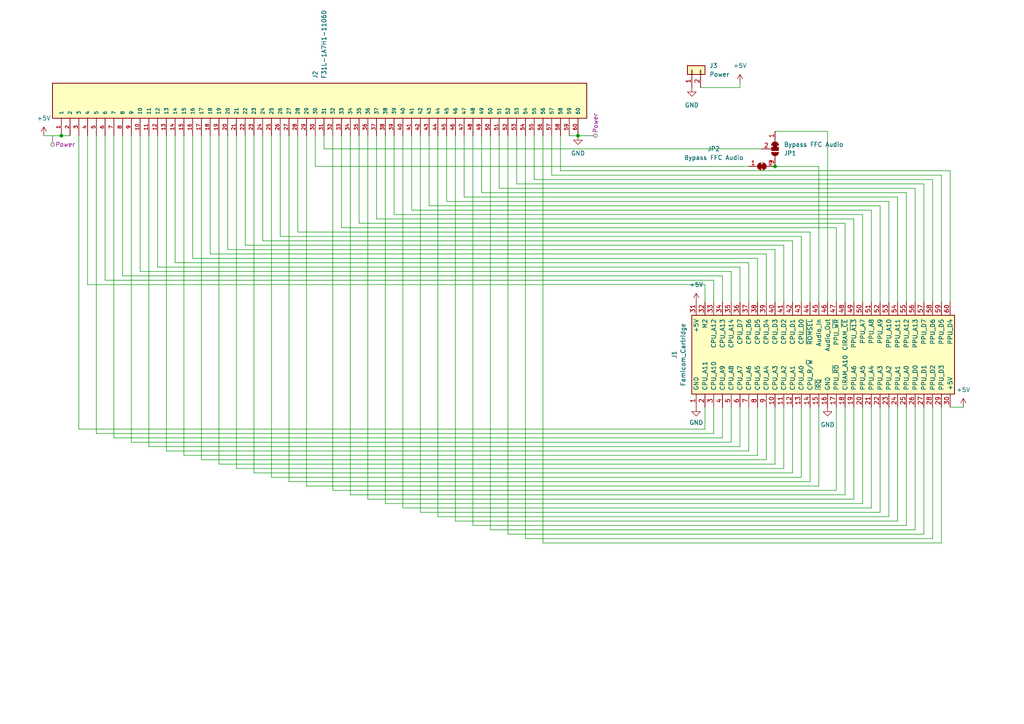
<source format=kicad_sch>
(kicad_sch (version 20230121) (generator eeschema)
  (paper "A4")
  (lib_symbols
    (symbol "Connector_Generic:Conn_01x02" (pin_names (offset 1.016) hide)
      (property "Reference" "J" (at 0 2.54 0))
      (property "Value" "Conn_01x02" (at 0 -5.08 0))
      (symbol "Conn_01x02_1_1"
        (rectangle (start -1.27 -2.413) (end 0 -2.667) (stroke (width 0.1524)))
        (rectangle (start -1.27 0.127) (end 0 -0.127) (stroke (width 0.1524)))
        (rectangle (start -1.27 1.27) (end 1.27 -3.81) (stroke (width 0.254)) (fill (type background)))
        (pin passive line (at -5.08 0 0) (length 3.81) (name "Pin_1") (number "1"))
        (pin passive line (at -5.08 -2.54 0) (length 3.81) (name "Pin_2") (number "2"))
      )
    )
    (symbol "Jumper:SolderJumper_2_Bridged" (pin_names (offset 0) hide)
      (property "Reference" "JP" (at 0 2.032 0))
      (property "Value" "SolderJumper_2_Bridged" (at 0 -2.54 0))
      (symbol "SolderJumper_2_Bridged_0_1"
        (rectangle (start -0.508 0.508) (end 0.508 -0.508) (fill (type outline)))
        (arc (start -0.254 1.016) (mid -1.2656 0) (end -0.254 -1.016))
        (arc (start -0.254 1.016) (mid -1.2656 0) (end -0.254 -1.016) (fill (type outline)))
        (polyline (pts (xy -0.254 1.016) (xy -0.254 -1.016)))
        (polyline (pts (xy 0.254 1.016) (xy 0.254 -1.016)))
        (arc (start 0.254 -1.016) (mid 1.2656 0) (end 0.254 1.016))
        (arc (start 0.254 -1.016) (mid 1.2656 0) (end 0.254 1.016) (fill (type outline)))
      )
      (symbol "SolderJumper_2_Bridged_1_1"
        (pin passive line (at -3.81 0 0) (length 2.54) (name "A") (number "1"))
        (pin passive line (at 3.81 0 180) (length 2.54) (name "B") (number "2"))
      )
    )
    (symbol "Jumper:SolderJumper_3_Bridged12" (pin_names (offset 0) hide)
      (property "Reference" "JP" (at -2.54 -2.54 0))
      (property "Value" "SolderJumper_3_Bridged12" (at 0 2.794 0))
      (symbol "SolderJumper_3_Bridged12_0_1"
        (rectangle (start -1.016 0.508) (end -0.508 -0.508) (fill (type outline)))
        (arc (start -1.016 1.016) (mid -2.0276 0) (end -1.016 -1.016))
        (arc (start -1.016 1.016) (mid -2.0276 0) (end -1.016 -1.016) (fill (type outline)))
        (rectangle (start -0.508 1.016) (end 0.508 -1.016) (fill (type outline)))
        (polyline (pts (xy -2.54 0) (xy -2.032 0)))
        (polyline (pts (xy -1.016 1.016) (xy -1.016 -1.016)))
        (polyline (pts (xy 0 -1.27) (xy 0 -1.016)))
        (polyline (pts (xy 1.016 1.016) (xy 1.016 -1.016)))
        (polyline (pts (xy 2.54 0) (xy 2.032 0)))
        (arc (start 1.016 -1.016) (mid 2.0276 0) (end 1.016 1.016))
        (arc (start 1.016 -1.016) (mid 2.0276 0) (end 1.016 1.016) (fill (type outline)))
      )
      (symbol "SolderJumper_3_Bridged12_1_1"
        (pin passive line (at -5.08 0 0) (length 2.54) (name "A") (number "1"))
        (pin passive line (at 0 -3.81 90) (length 2.54) (name "C") (number "2"))
        (pin passive line (at 5.08 0 180) (length 2.54) (name "B") (number "3"))
      )
    )
    (symbol "NES_Cart_FC_Console:F31L-1A7H1-11060" (pin_names (offset 1.016))
      (property "Reference" "J" (at -5.08 79.502 0))
      (property "Value" "F31L-1A7H1-11060" (at -5.08 -78.74 0))
      (symbol "F31L-1A7H1-11060_0_0"
        (rectangle (start -5.08 -76.2) (end 5.08 78.74) (stroke (width 0.254)) (fill (type background)))
        (pin passive line (at -10.16 76.2 0) (length 5.08) (name "1") (number "1"))
        (pin passive line (at -10.16 53.34 0) (length 5.08) (name "10") (number "10"))
        (pin passive line (at -10.16 50.8 0) (length 5.08) (name "11") (number "11"))
        (pin passive line (at -10.16 48.26 0) (length 5.08) (name "12") (number "12"))
        (pin passive line (at -10.16 45.72 0) (length 5.08) (name "13") (number "13"))
        (pin passive line (at -10.16 43.18 0) (length 5.08) (name "14") (number "14"))
        (pin passive line (at -10.16 40.64 0) (length 5.08) (name "15") (number "15"))
        (pin passive line (at -10.16 38.1 0) (length 5.08) (name "16") (number "16"))
        (pin passive line (at -10.16 35.56 0) (length 5.08) (name "17") (number "17"))
        (pin passive line (at -10.16 33.02 0) (length 5.08) (name "18") (number "18"))
        (pin passive line (at -10.16 30.48 0) (length 5.08) (name "19") (number "19"))
        (pin passive line (at -10.16 73.66 0) (length 5.08) (name "2") (number "2"))
        (pin passive line (at -10.16 27.94 0) (length 5.08) (name "20") (number "20"))
        (pin passive line (at -10.16 25.4 0) (length 5.08) (name "21") (number "21"))
        (pin passive line (at -10.16 22.86 0) (length 5.08) (name "22") (number "22"))
        (pin passive line (at -10.16 20.32 0) (length 5.08) (name "23") (number "23"))
        (pin passive line (at -10.16 17.78 0) (length 5.08) (name "24") (number "24"))
        (pin passive line (at -10.16 15.24 0) (length 5.08) (name "25") (number "25"))
        (pin passive line (at -10.16 12.7 0) (length 5.08) (name "26") (number "26"))
        (pin passive line (at -10.16 10.16 0) (length 5.08) (name "27") (number "27"))
        (pin passive line (at -10.16 7.62 0) (length 5.08) (name "28") (number "28"))
        (pin passive line (at -10.16 5.08 0) (length 5.08) (name "29") (number "29"))
        (pin passive line (at -10.16 71.12 0) (length 5.08) (name "3") (number "3"))
        (pin passive line (at -10.16 2.54 0) (length 5.08) (name "30") (number "30"))
        (pin passive line (at -10.16 0 0) (length 5.08) (name "31") (number "31"))
        (pin passive line (at -10.16 -2.54 0) (length 5.08) (name "32") (number "32"))
        (pin passive line (at -10.16 -5.08 0) (length 5.08) (name "33") (number "33"))
        (pin passive line (at -10.16 -7.62 0) (length 5.08) (name "34") (number "34"))
        (pin passive line (at -10.16 -10.16 0) (length 5.08) (name "35") (number "35"))
        (pin passive line (at -10.16 -12.7 0) (length 5.08) (name "36") (number "36"))
        (pin passive line (at -10.16 -15.24 0) (length 5.08) (name "37") (number "37"))
        (pin passive line (at -10.16 -17.78 0) (length 5.08) (name "38") (number "38"))
        (pin passive line (at -10.16 -20.32 0) (length 5.08) (name "39") (number "39"))
        (pin passive line (at -10.16 68.58 0) (length 5.08) (name "4") (number "4"))
        (pin passive line (at -10.16 -22.86 0) (length 5.08) (name "40") (number "40"))
        (pin passive line (at -10.16 -25.4 0) (length 5.08) (name "41") (number "41"))
        (pin passive line (at -10.16 -27.94 0) (length 5.08) (name "42") (number "42"))
        (pin passive line (at -10.16 -30.48 0) (length 5.08) (name "43") (number "43"))
        (pin passive line (at -10.16 -33.02 0) (length 5.08) (name "44") (number "44"))
        (pin passive line (at -10.16 -35.56 0) (length 5.08) (name "45") (number "45"))
        (pin passive line (at -10.16 -38.1 0) (length 5.08) (name "46") (number "46"))
        (pin passive line (at -10.16 -40.64 0) (length 5.08) (name "47") (number "47"))
        (pin passive line (at -10.16 -43.18 0) (length 5.08) (name "48") (number "48"))
        (pin passive line (at -10.16 -45.72 0) (length 5.08) (name "49") (number "49"))
        (pin passive line (at -10.16 66.04 0) (length 5.08) (name "5") (number "5"))
        (pin passive line (at -10.16 -48.26 0) (length 5.08) (name "50") (number "50"))
        (pin passive line (at -10.16 -50.8 0) (length 5.08) (name "51") (number "51"))
        (pin passive line (at -10.16 -53.34 0) (length 5.08) (name "52") (number "52"))
        (pin passive line (at -10.16 -55.88 0) (length 5.08) (name "53") (number "53"))
        (pin passive line (at -10.16 -58.42 0) (length 5.08) (name "54") (number "54"))
        (pin passive line (at -10.16 -60.96 0) (length 5.08) (name "55") (number "55"))
        (pin passive line (at -10.16 -63.5 0) (length 5.08) (name "56") (number "56"))
        (pin passive line (at -10.16 -66.04 0) (length 5.08) (name "57") (number "57"))
        (pin passive line (at -10.16 -68.58 0) (length 5.08) (name "58") (number "58"))
        (pin passive line (at -10.16 -71.12 0) (length 5.08) (name "59") (number "59"))
        (pin passive line (at -10.16 63.5 0) (length 5.08) (name "6") (number "6"))
        (pin passive line (at -10.16 -73.66 0) (length 5.08) (name "60") (number "60"))
        (pin passive line (at -10.16 60.96 0) (length 5.08) (name "7") (number "7"))
        (pin passive line (at -10.16 58.42 0) (length 5.08) (name "8") (number "8"))
        (pin passive line (at -10.16 55.88 0) (length 5.08) (name "9") (number "9"))
      )
    )
    (symbol "NES_Cart_FC_Console:Famicom_Cartridge" (pin_names (offset 1.016))
      (property "Reference" "J" (at 0 38.1 0))
      (property "Value" "Famicom_Cartridge" (at 0 -40.64 0))
      (symbol "Famicom_Cartridge_1_1"
        (rectangle (start -11.43 36.83) (end 11.43 -39.37) (stroke (width 0.254)) (fill (type background)))
        (pin power_in line (at -15.24 35.56 0) (length 3.81) (name "GND") (number "1"))
        (pin input line (at -15.24 12.7 0) (length 3.81) (name "CPU_A3") (number "10"))
        (pin input line (at -15.24 10.16 0) (length 3.81) (name "CPU_A2") (number "11"))
        (pin input line (at -15.24 7.62 0) (length 3.81) (name "CPU_A1") (number "12"))
        (pin input line (at -15.24 5.08 0) (length 3.81) (name "CPU_A0") (number "13"))
        (pin input line (at -15.24 2.54 0) (length 3.81) (name "CPU_R/~{W}") (number "14"))
        (pin output line (at -15.24 0 0) (length 3.81) (name "~{IRQ}") (number "15"))
        (pin power_in line (at -15.24 -2.54 0) (length 3.81) (name "GND") (number "16"))
        (pin input line (at -15.24 -5.08 0) (length 3.81) (name "PPU_~{RD}") (number "17"))
        (pin output line (at -15.24 -7.62 0) (length 3.81) (name "CIRAM_A10") (number "18"))
        (pin input line (at -15.24 -10.16 0) (length 3.81) (name "PPU_A6") (number "19"))
        (pin input line (at -15.24 33.02 0) (length 3.81) (name "CPU_A11") (number "2"))
        (pin input line (at -15.24 -12.7 0) (length 3.81) (name "PPU_A5") (number "20"))
        (pin input line (at -15.24 -15.24 0) (length 3.81) (name "PPU_A4") (number "21"))
        (pin input line (at -15.24 -17.78 0) (length 3.81) (name "PPU_A3") (number "22"))
        (pin input line (at -15.24 -20.32 0) (length 3.81) (name "PPU_A2") (number "23"))
        (pin input line (at -15.24 -22.86 0) (length 3.81) (name "PPU_A1") (number "24"))
        (pin input line (at -15.24 -25.4 0) (length 3.81) (name "PPU_A0") (number "25"))
        (pin bidirectional line (at -15.24 -27.94 0) (length 3.81) (name "PPU_D0") (number "26"))
        (pin bidirectional line (at -15.24 -30.48 0) (length 3.81) (name "PPU_D1") (number "27"))
        (pin bidirectional line (at -15.24 -33.02 0) (length 3.81) (name "PPU_D2") (number "28"))
        (pin bidirectional line (at -15.24 -35.56 0) (length 3.81) (name "PPU_D3") (number "29"))
        (pin input line (at -15.24 30.48 0) (length 3.81) (name "CPU_A10") (number "3"))
        (pin power_in line (at -15.24 -38.1 0) (length 3.81) (name "+5V") (number "30"))
        (pin power_in line (at 15.24 35.56 180) (length 3.81) (name "+5V") (number "31"))
        (pin input line (at 15.24 33.02 180) (length 3.81) (name "M2") (number "32"))
        (pin input line (at 15.24 30.48 180) (length 3.81) (name "CPU_A12") (number "33"))
        (pin input line (at 15.24 27.94 180) (length 3.81) (name "CPU_A13") (number "34"))
        (pin input line (at 15.24 25.4 180) (length 3.81) (name "CPU_A14") (number "35"))
        (pin bidirectional line (at 15.24 22.86 180) (length 3.81) (name "CPU_D7") (number "36"))
        (pin bidirectional line (at 15.24 20.32 180) (length 3.81) (name "CPU_D6") (number "37"))
        (pin bidirectional line (at 15.24 17.78 180) (length 3.81) (name "CPU_D5") (number "38"))
        (pin bidirectional line (at 15.24 15.24 180) (length 3.81) (name "CPU_D4") (number "39"))
        (pin input line (at -15.24 27.94 0) (length 3.81) (name "CPU_A9") (number "4"))
        (pin bidirectional line (at 15.24 12.7 180) (length 3.81) (name "CPU_D3") (number "40"))
        (pin bidirectional line (at 15.24 10.16 180) (length 3.81) (name "CPU_D2") (number "41"))
        (pin bidirectional line (at 15.24 7.62 180) (length 3.81) (name "CPU_D1") (number "42"))
        (pin bidirectional line (at 15.24 5.08 180) (length 3.81) (name "CPU_D0") (number "43"))
        (pin input line (at 15.24 2.54 180) (length 3.81) (name "~{ROMSEL}") (number "44"))
        (pin input line (at 15.24 0 180) (length 3.81) (name "Audio_In") (number "45"))
        (pin output line (at 15.24 -2.54 180) (length 3.81) (name "Audio_Out") (number "46"))
        (pin input line (at 15.24 -5.08 180) (length 3.81) (name "PPU_~{WR}") (number "47"))
        (pin output line (at 15.24 -7.62 180) (length 3.81) (name "CIRAM_~{CE}") (number "48"))
        (pin input line (at 15.24 -10.16 180) (length 3.81) (name "PPU_~{A13}") (number "49"))
        (pin input line (at -15.24 25.4 0) (length 3.81) (name "CPU_A8") (number "5"))
        (pin input line (at 15.24 -12.7 180) (length 3.81) (name "PPU_A7") (number "50"))
        (pin input line (at 15.24 -15.24 180) (length 3.81) (name "PPU_A8") (number "51"))
        (pin input line (at 15.24 -17.78 180) (length 3.81) (name "PPU_A9") (number "52"))
        (pin input line (at 15.24 -20.32 180) (length 3.81) (name "PPU_A10") (number "53"))
        (pin input line (at 15.24 -22.86 180) (length 3.81) (name "PPU_A11") (number "54"))
        (pin input line (at 15.24 -25.4 180) (length 3.81) (name "PPU_A12") (number "55"))
        (pin input line (at 15.24 -27.94 180) (length 3.81) (name "PPU_A13") (number "56"))
        (pin bidirectional line (at 15.24 -30.48 180) (length 3.81) (name "PPU_D7") (number "57"))
        (pin bidirectional line (at 15.24 -33.02 180) (length 3.81) (name "PPU_D6") (number "58"))
        (pin bidirectional line (at 15.24 -35.56 180) (length 3.81) (name "PPU_D5") (number "59"))
        (pin input line (at -15.24 22.86 0) (length 3.81) (name "CPU_A7") (number "6"))
        (pin bidirectional line (at 15.24 -38.1 180) (length 3.81) (name "PPU_D4") (number "60"))
        (pin input line (at -15.24 20.32 0) (length 3.81) (name "CPU_A6") (number "7"))
        (pin input line (at -15.24 17.78 0) (length 3.81) (name "CPU_A5") (number "8"))
        (pin input line (at -15.24 15.24 0) (length 3.81) (name "CPU_A4") (number "9"))
      )
    )
    (symbol "power:+5V" (power) (pin_names (offset 0))
      (property "Value" "+5V" (at 0 3.556 0))
      (symbol "+5V_0_1"
        (polyline (pts (xy -0.762 1.27) (xy 0 2.54)))
        (polyline (pts (xy 0 0) (xy 0 2.54)))
        (polyline (pts (xy 0 2.54) (xy 0.762 1.27)))
      )
      (symbol "+5V_1_1"
        (pin power_in line (at 0 0 90) (length 0) hide (name "+5V") (number "1"))
      )
    )
    (symbol "power:GND" (power) (pin_names (offset 0))
      (property "Value" "GND" (at 0 -3.81 0))
      (symbol "GND_0_1"
        (polyline (pts (xy 0 0) (xy 0 -1.27) (xy 1.27 -1.27) (xy 0 -2.54) (xy -1.27 -1.27) (xy 0 -1.27)))
      )
      (symbol "GND_1_1"
        (pin power_in line (at 0 0 270) (length 0) hide (name "GND") (number "1"))
      )
    )
  )
  (junction (at 167.64 39.37))
  (junction (at 17.78 39.37))
  (junction (at 224.79 48.26))
  (wire (pts (xy 154.94 52.07) (xy 154.94 39.37)))
  (wire (pts (xy 209.55 118.11) (xy 209.55 127)))
  (wire (pts (xy 267.97 53.34) (xy 267.97 87.63)))
  (wire (pts (xy 222.25 133.35) (xy 58.42 133.35)))
  (wire (pts (xy 260.35 151.13) (xy 132.08 151.13)))
  (wire (pts (xy 106.68 144.78) (xy 106.68 39.37)))
  (wire (pts (xy 212.09 78.74) (xy 40.64 78.74)))
  (wire (pts (xy 273.05 50.8) (xy 160.02 50.8)))
  (wire (pts (xy 86.36 67.31) (xy 86.36 39.37)))
  (wire (pts (xy 234.95 118.11) (xy 234.95 139.7)))
  (wire (pts (xy 279.4 118.11) (xy 275.59 118.11)))
  (wire (pts (xy 224.79 118.11) (xy 224.79 134.62)))
  (wire (pts (xy 214.63 129.54) (xy 43.18 129.54)))
  (wire (pts (xy 252.73 118.11) (xy 252.73 147.32)))
  (wire (pts (xy 250.19 146.05) (xy 111.76 146.05)))
  (wire (pts (xy 214.63 25.4) (xy 214.63 24.13)))
  (wire (pts (xy 262.89 87.63) (xy 262.89 55.88)))
  (wire (pts (xy 165.1 39.37) (xy 167.64 39.37)))
  (wire (pts (xy 48.26 130.81) (xy 48.26 39.37)))
  (wire (pts (xy 204.47 118.11) (xy 204.47 124.46)))
  (wire (pts (xy 104.14 39.37) (xy 104.14 64.77)))
  (wire (pts (xy 229.87 69.85) (xy 76.2 69.85)))
  (wire (pts (xy 212.09 128.27) (xy 38.1 128.27)))
  (wire (pts (xy 129.54 39.37) (xy 129.54 58.42)))
  (wire (pts (xy 229.87 137.16) (xy 73.66 137.16)))
  (wire (pts (xy 255.27 118.11) (xy 255.27 148.59)))
  (wire (pts (xy 152.4 156.21) (xy 152.4 39.37)))
  (wire (pts (xy 257.81 118.11) (xy 257.81 149.86)))
  (wire (pts (xy 45.72 77.47) (xy 45.72 39.37)))
  (wire (pts (xy 255.27 148.59) (xy 121.92 148.59)))
  (wire (pts (xy 219.71 132.08) (xy 53.34 132.08)))
  (wire (pts (xy 73.66 137.16) (xy 73.66 39.37)))
  (wire (pts (xy 162.56 49.53) (xy 275.59 49.53)))
  (wire (pts (xy 91.44 48.26) (xy 217.17 48.26)))
  (wire (pts (xy 250.19 87.63) (xy 250.19 62.23)))
  (wire (pts (xy 12.7 39.37) (xy 17.78 39.37)))
  (wire (pts (xy 134.62 57.15) (xy 260.35 57.15)))
  (wire (pts (xy 144.78 54.61) (xy 144.78 39.37)))
  (wire (pts (xy 232.41 138.43) (xy 78.74 138.43)))
  (wire (pts (xy 237.49 87.63) (xy 237.49 48.26)))
  (wire (pts (xy 93.98 43.18) (xy 220.98 43.18)))
  (wire (pts (xy 262.89 152.4) (xy 262.89 118.11)))
  (wire (pts (xy 234.95 87.63) (xy 234.95 67.31)))
  (wire (pts (xy 224.79 87.63) (xy 224.79 72.39)))
  (wire (pts (xy 227.33 87.63) (xy 227.33 71.12)))
  (wire (pts (xy 66.04 72.39) (xy 66.04 39.37)))
  (wire (pts (xy 224.79 72.39) (xy 66.04 72.39)))
  (wire (pts (xy 109.22 63.5) (xy 109.22 39.37)))
  (wire (pts (xy 160.02 50.8) (xy 160.02 39.37)))
  (wire (pts (xy 147.32 39.37) (xy 147.32 154.94)))
  (wire (pts (xy 257.81 58.42) (xy 257.81 87.63)))
  (wire (pts (xy 214.63 77.47) (xy 45.72 77.47)))
  (wire (pts (xy 88.9 140.97) (xy 88.9 39.37)))
  (wire (pts (xy 134.62 39.37) (xy 134.62 57.15)))
  (wire (pts (xy 50.8 76.2) (xy 50.8 39.37)))
  (wire (pts (xy 214.63 87.63) (xy 214.63 77.47)))
  (wire (pts (xy 247.65 118.11) (xy 247.65 144.78)))
  (wire (pts (xy 217.17 118.11) (xy 217.17 130.81)))
  (wire (pts (xy 27.94 125.73) (xy 27.94 39.37)))
  (wire (pts (xy 35.56 80.01) (xy 35.56 39.37)))
  (wire (pts (xy 237.49 140.97) (xy 88.9 140.97)))
  (wire (pts (xy 212.09 87.63) (xy 212.09 78.74)))
  (wire (pts (xy 111.76 146.05) (xy 111.76 39.37)))
  (wire (pts (xy 234.95 139.7) (xy 83.82 139.7)))
  (wire (pts (xy 124.46 39.37) (xy 124.46 59.69)))
  (wire (pts (xy 229.87 118.11) (xy 229.87 137.16)))
  (wire (pts (xy 99.06 66.04) (xy 99.06 39.37)))
  (wire (pts (xy 33.02 127) (xy 33.02 39.37)))
  (wire (pts (xy 127 149.86) (xy 127 39.37)))
  (wire (pts (xy 273.05 157.48) (xy 273.05 118.11)))
  (wire (pts (xy 114.3 62.23) (xy 114.3 39.37)))
  (wire (pts (xy 227.33 71.12) (xy 71.12 71.12)))
  (wire (pts (xy 142.24 153.67) (xy 265.43 153.67)))
  (wire (pts (xy 203.2 25.4) (xy 214.63 25.4)))
  (wire (pts (xy 265.43 87.63) (xy 265.43 54.61)))
  (wire (pts (xy 22.86 124.46) (xy 204.47 124.46)))
  (wire (pts (xy 53.34 132.08) (xy 53.34 39.37)))
  (wire (pts (xy 227.33 118.11) (xy 227.33 135.89)))
  (wire (pts (xy 17.78 39.37) (xy 20.32 39.37)))
  (wire (pts (xy 270.51 87.63) (xy 270.51 52.07)))
  (wire (pts (xy 265.43 54.61) (xy 144.78 54.61)))
  (wire (pts (xy 217.17 87.63) (xy 217.17 76.2)))
  (wire (pts (xy 43.18 129.54) (xy 43.18 39.37)))
  (wire (pts (xy 25.4 82.55) (xy 25.4 39.37)))
  (wire (pts (xy 270.51 52.07) (xy 154.94 52.07)))
  (wire (pts (xy 167.64 39.37) (xy 170.18 39.37)))
  (wire (pts (xy 104.14 64.77) (xy 245.11 64.77)))
  (wire (pts (xy 237.49 118.11) (xy 237.49 140.97)))
  (wire (pts (xy 63.5 134.62) (xy 63.5 39.37)))
  (wire (pts (xy 227.33 135.89) (xy 68.58 135.89)))
  (wire (pts (xy 229.87 87.63) (xy 229.87 69.85)))
  (wire (pts (xy 132.08 151.13) (xy 132.08 39.37)))
  (wire (pts (xy 234.95 67.31) (xy 86.36 67.31)))
  (wire (pts (xy 217.17 76.2) (xy 50.8 76.2)))
  (wire (pts (xy 240.03 38.1) (xy 240.03 87.63)))
  (wire (pts (xy 260.35 57.15) (xy 260.35 87.63)))
  (wire (pts (xy 25.4 82.55) (xy 204.47 82.55)))
  (wire (pts (xy 209.55 87.63) (xy 209.55 80.01)))
  (wire (pts (xy 93.98 39.37) (xy 93.98 43.18)))
  (wire (pts (xy 273.05 87.63) (xy 273.05 50.8)))
  (wire (pts (xy 217.17 130.81) (xy 48.26 130.81)))
  (wire (pts (xy 242.57 87.63) (xy 242.57 66.04)))
  (wire (pts (xy 219.71 87.63) (xy 219.71 74.93)))
  (wire (pts (xy 22.86 124.46) (xy 22.86 39.37)))
  (wire (pts (xy 207.01 125.73) (xy 27.94 125.73)))
  (wire (pts (xy 242.57 142.24) (xy 96.52 142.24)))
  (wire (pts (xy 222.25 118.11) (xy 222.25 133.35)))
  (wire (pts (xy 129.54 58.42) (xy 257.81 58.42)))
  (wire (pts (xy 267.97 154.94) (xy 267.97 118.11)))
  (wire (pts (xy 83.82 139.7) (xy 83.82 39.37)))
  (wire (pts (xy 265.43 118.11) (xy 265.43 153.67)))
  (wire (pts (xy 137.16 39.37) (xy 137.16 152.4)))
  (wire (pts (xy 207.01 118.11) (xy 207.01 125.73)))
  (wire (pts (xy 247.65 63.5) (xy 109.22 63.5)))
  (wire (pts (xy 119.38 60.96) (xy 252.73 60.96)))
  (wire (pts (xy 149.86 39.37) (xy 149.86 53.34)))
  (wire (pts (xy 270.51 156.21) (xy 152.4 156.21)))
  (wire (pts (xy 242.57 118.11) (xy 242.57 142.24)))
  (wire (pts (xy 81.28 68.58) (xy 81.28 39.37)))
  (wire (pts (xy 204.47 87.63) (xy 204.47 82.55)))
  (wire (pts (xy 262.89 55.88) (xy 139.7 55.88)))
  (wire (pts (xy 147.32 154.94) (xy 267.97 154.94)))
  (wire (pts (xy 257.81 149.86) (xy 127 149.86)))
  (wire (pts (xy 209.55 80.01) (xy 35.56 80.01)))
  (wire (pts (xy 270.51 118.11) (xy 270.51 156.21)))
  (wire (pts (xy 247.65 87.63) (xy 247.65 63.5)))
  (wire (pts (xy 260.35 118.11) (xy 260.35 151.13)))
  (wire (pts (xy 245.11 64.77) (xy 245.11 87.63)))
  (wire (pts (xy 250.19 118.11) (xy 250.19 146.05)))
  (wire (pts (xy 232.41 87.63) (xy 232.41 68.58)))
  (wire (pts (xy 58.42 133.35) (xy 58.42 39.37)))
  (wire (pts (xy 222.25 87.63) (xy 222.25 73.66)))
  (wire (pts (xy 219.71 118.11) (xy 219.71 132.08)))
  (wire (pts (xy 207.01 87.63) (xy 207.01 81.28)))
  (wire (pts (xy 38.1 128.27) (xy 38.1 39.37)))
  (wire (pts (xy 237.49 48.26) (xy 224.79 48.26)))
  (wire (pts (xy 252.73 60.96) (xy 252.73 87.63)))
  (wire (pts (xy 162.56 39.37) (xy 162.56 49.53)))
  (wire (pts (xy 68.58 135.89) (xy 68.58 39.37)))
  (wire (pts (xy 60.96 73.66) (xy 60.96 39.37)))
  (wire (pts (xy 275.59 49.53) (xy 275.59 87.63)))
  (wire (pts (xy 96.52 142.24) (xy 96.52 39.37)))
  (wire (pts (xy 101.6 143.51) (xy 101.6 39.37)))
  (wire (pts (xy 71.12 71.12) (xy 71.12 39.37)))
  (wire (pts (xy 214.63 118.11) (xy 214.63 129.54)))
  (wire (pts (xy 232.41 118.11) (xy 232.41 138.43)))
  (wire (pts (xy 76.2 69.85) (xy 76.2 39.37)))
  (wire (pts (xy 139.7 55.88) (xy 139.7 39.37)))
  (wire (pts (xy 242.57 66.04) (xy 99.06 66.04)))
  (wire (pts (xy 245.11 118.11) (xy 245.11 143.51)))
  (wire (pts (xy 137.16 152.4) (xy 262.89 152.4)))
  (wire (pts (xy 91.44 48.26) (xy 91.44 39.37)))
  (wire (pts (xy 207.01 81.28) (xy 30.48 81.28)))
  (wire (pts (xy 250.19 62.23) (xy 114.3 62.23)))
  (wire (pts (xy 209.55 127) (xy 33.02 127)))
  (wire (pts (xy 119.38 39.37) (xy 119.38 60.96)))
  (wire (pts (xy 224.79 38.1) (xy 240.03 38.1)))
  (wire (pts (xy 116.84 147.32) (xy 116.84 39.37)))
  (wire (pts (xy 55.88 74.93) (xy 55.88 39.37)))
  (wire (pts (xy 40.64 78.74) (xy 40.64 39.37)))
  (wire (pts (xy 232.41 68.58) (xy 81.28 68.58)))
  (wire (pts (xy 121.92 39.37) (xy 121.92 148.59)))
  (wire (pts (xy 255.27 59.69) (xy 255.27 87.63)))
  (wire (pts (xy 247.65 144.78) (xy 106.68 144.78)))
  (wire (pts (xy 219.71 74.93) (xy 55.88 74.93)))
  (wire (pts (xy 157.48 39.37) (xy 157.48 157.48)))
  (wire (pts (xy 222.25 73.66) (xy 60.96 73.66)))
  (wire (pts (xy 245.11 143.51) (xy 101.6 143.51)))
  (wire (pts (xy 142.24 39.37) (xy 142.24 153.67)))
  (wire (pts (xy 124.46 59.69) (xy 255.27 59.69)))
  (wire (pts (xy 30.48 81.28) (xy 30.48 39.37)))
  (wire (pts (xy 252.73 147.32) (xy 116.84 147.32)))
  (wire (pts (xy 149.86 53.34) (xy 267.97 53.34)))
  (wire (pts (xy 78.74 138.43) (xy 78.74 39.37)))
  (wire (pts (xy 224.79 134.62) (xy 63.5 134.62)))
  (wire (pts (xy 157.48 157.48) (xy 273.05 157.48)))
  (wire (pts (xy 212.09 118.11) (xy 212.09 128.27)))
  (netclass_flag "" (length 2.54) (shape round) (at 15.24 39.37 180) (property "Netclass" "Power" (at 15.9385 41.91 0) (effects (font italic) (justify left))))
  (netclass_flag "" (length 2.54) (shape round) (at 170.18 39.37 270) (property "Netclass" "Power" (at 172.72 38.6715 90) (effects (font italic) (justify left))))
  (symbol (lib_id "NES_Cart_FC_Console:Famicom_Cartridge") (at 237.49 102.87 90) (unit 1)
    (property "Reference" "J1" (at 195.58 102.87 0))
    (property "Value" "Famicom_Cartridge" (at 198.12 102.87 0))
    (property "Footprint" "NES_Cart_FC_Console:Famicom_Card_Edge" (effects hide))
    (property "Datasheet" "https://www.nesdev.org/wiki/Cartridge_connector" (effects hide))
  )
  (symbol (lib_id "power:+5V") (at 201.93 87.63 0) (unit 1)
    (property "Reference" "#PWR03" (effects hide))
    (property "Value" "+5V" (at 201.93 82.55 0))
  )
  (symbol (lib_id "Jumper:SolderJumper_3_Bridged12") (at 224.79 43.18 270) (unit 1)
    (property "Reference" "JP1" (at 227.33 44.45 90) (effects (justify left)))
    (property "Value" "Bypass FFC Audio" (at 227.33 41.91 90) (effects (justify left)))
    (property "Footprint" "Jumper:SolderJumper-3_P1.3mm_Bridged2Bar12_RoundedPad1.0x1.5mm_NumberLabels" (effects hide))
  )
  (symbol (lib_id "power:GND") (at 167.64 39.37 0) (mirror y) (unit 1)
    (property "Reference" "#PWR07" (effects hide))
    (property "Value" "GND" (at 167.64 44.45 0))
  )
  (symbol (lib_id "power:GND") (at 200.66 25.4 0) (unit 1)
    (property "Reference" "#PWR05" (effects hide))
    (property "Value" "GND" (at 200.66 30.48 0))
  )
  (symbol (lib_id "power:+5V") (at 214.63 24.13 0) (unit 1)
    (property "Reference" "#PWR06" (effects hide))
    (property "Value" "+5V" (at 214.63 19.05 0))
  )
  (symbol (lib_id "Jumper:SolderJumper_2_Bridged") (at 220.98 48.26 0) (unit 1)
    (property "Reference" "JP2" (at 207.01 43.18 0))
    (property "Value" "Bypass FFC Audio" (at 207.01 45.72 0))
    (property "Footprint" "Jumper:SolderJumper-2_P1.3mm_Bridged_RoundedPad1.0x1.5mm" (effects hide))
  )
  (symbol (lib_id "NES_Cart_FC_Console:F31L-1A7H1-11060") (at 93.98 29.21 90) (unit 1)
    (property "Reference" "J2" (at 91.44 22.86 0) (effects (justify left)))
    (property "Value" "F31L-1A7H1-11060" (at 93.98 22.86 0) (effects (justify left)))
    (property "Footprint" "NES_Cart_FC_Console:AMPHENOL_F31L-1A7H1-11060" (effects hide))
    (property "PARTREV" "F31L-1A7H1-11060 " (effects hide))
    (property "STANDARD" "Manufacturer Recommendations" (effects hide))
    (property "MAXIMUM_PACKAGE_HEIGHT" "5.3mm" (effects hide))
    (property "MANUFACTURER" "Amphenol" (effects hide))
  )
  (symbol (lib_id "power:GND") (at 240.03 118.11 0) (unit 1)
    (property "Reference" "#PWR01" (effects hide))
    (property "Value" "GND" (at 240.03 123.19 0))
  )
  (symbol (lib_id "power:GND") (at 201.93 118.11 0) (unit 1)
    (property "Reference" "#PWR02" (effects hide))
    (property "Value" "GND" (at 201.93 122.555 0))
  )
  (symbol (lib_id "Connector_Generic:Conn_01x02") (at 200.66 20.32 90) (unit 1)
    (property "Reference" "J3" (at 205.74 19.05 90) (effects (justify right)))
    (property "Value" "Power" (at 205.74 21.59 90) (effects (justify right)))
    (property "Footprint" "Connector_PinSocket_2.54mm:PinSocket_1x02_P2.54mm_Vertical" (effects hide))
  )
  (symbol (lib_id "power:+5V") (at 12.7 39.37 0) (unit 1)
    (property "Reference" "#PWR08" (effects hide))
    (property "Value" "+5V" (at 12.7 34.29 0))
  )
  (symbol (lib_id "power:+5V") (at 279.4 118.11 0) (unit 1)
    (property "Reference" "#PWR04" (effects hide))
    (property "Value" "+5V" (at 279.4 113.03 0))
  )
)
</source>
